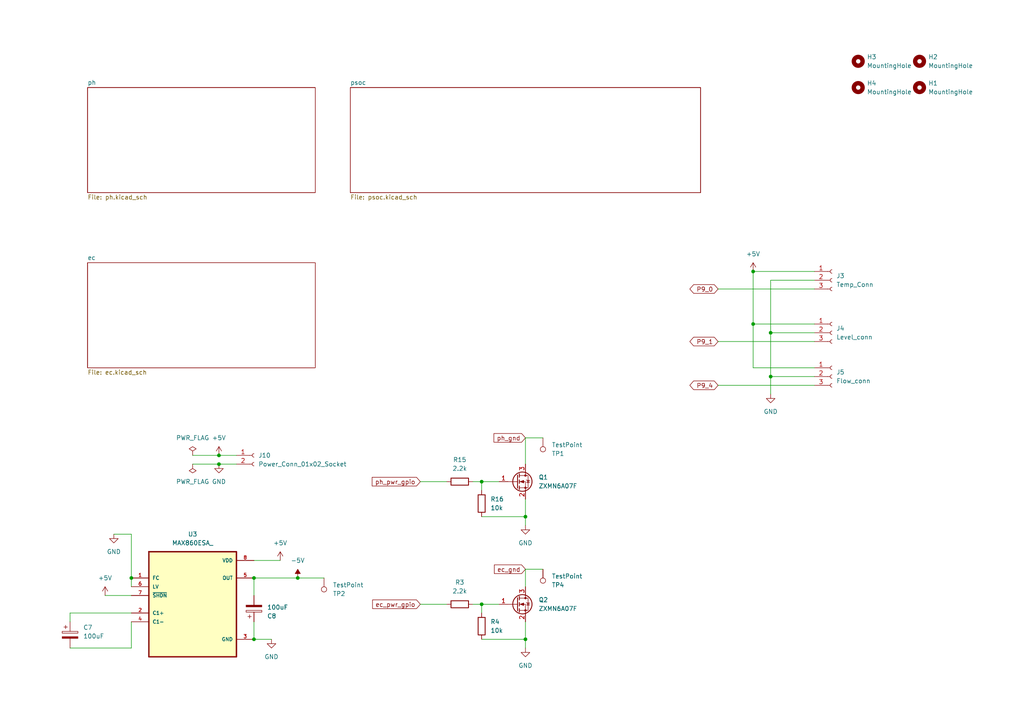
<source format=kicad_sch>
(kicad_sch (version 20230121) (generator eeschema)
  (paper "A4")
  (lib_symbols
    (symbol "Connector:Conn_01x02_Socket" (pin_names (offset 1.016) hide)
      (property "Reference" "J" (at 0 2.54 0))
      (property "Value" "Conn_01x02_Socket" (at 0 -5.08 0))
      (symbol "Conn_01x02_Socket_1_1"
        (arc (start 0 -2.032) (mid -0.5058 -2.54) (end 0 -3.048) (stroke (width 0.1524)))
        (polyline (pts (xy -1.27 -2.54) (xy -0.508 -2.54)) (stroke (width 0.1524)))
        (polyline (pts (xy -1.27 0) (xy -0.508 0)) (stroke (width 0.1524)))
        (arc (start 0 0.508) (mid -0.5058 0) (end 0 -0.508) (stroke (width 0.1524)))
        (pin passive line (at -5.08 0 0) (length 3.81) (name "Pin_1") (number "1"))
        (pin passive line (at -5.08 -2.54 0) (length 3.81) (name "Pin_2") (number "2"))
      )
    )
    (symbol "Connector:Conn_01x03_Socket" (pin_names (offset 1.016) hide)
      (property "Reference" "J" (at 0 5.08 0))
      (property "Value" "Conn_01x03_Socket" (at 0 -5.08 0))
      (symbol "Conn_01x03_Socket_1_1"
        (arc (start 0 -2.032) (mid -0.5058 -2.54) (end 0 -3.048) (stroke (width 0.1524)))
        (polyline (pts (xy -1.27 -2.54) (xy -0.508 -2.54)) (stroke (width 0.1524)))
        (polyline (pts (xy -1.27 0) (xy -0.508 0)) (stroke (width 0.1524)))
        (polyline (pts (xy -1.27 2.54) (xy -0.508 2.54)) (stroke (width 0.1524)))
        (arc (start 0 0.508) (mid -0.5058 0) (end 0 -0.508) (stroke (width 0.1524)))
        (arc (start 0 3.048) (mid -0.5058 2.54) (end 0 2.032) (stroke (width 0.1524)))
        (pin passive line (at -5.08 2.54 0) (length 3.81) (name "Pin_1") (number "1"))
        (pin passive line (at -5.08 0 0) (length 3.81) (name "Pin_2") (number "2"))
        (pin passive line (at -5.08 -2.54 0) (length 3.81) (name "Pin_3") (number "3"))
      )
    )
    (symbol "Connector:TestPoint" (pin_numbers hide) (pin_names (offset 0.762) hide)
      (property "Reference" "TP" (at 0 6.858 0))
      (property "Value" "TestPoint" (at 0 5.08 0))
      (symbol "TestPoint_0_1"
        (circle (center 0 3.302) (radius 0.762))
      )
      (symbol "TestPoint_1_1"
        (pin passive line (at 0 0 90) (length 2.54) (name "1") (number "1"))
      )
    )
    (symbol "Device:C_Polarized" (pin_numbers hide) (pin_names (offset 0.254))
      (property "Reference" "C" (at 0.635 2.54 0))
      (property "Value" "C_Polarized" (at 0.635 -2.54 0))
      (symbol "C_Polarized_0_1"
        (rectangle (start -2.286 0.508) (end 2.286 1.016))
        (polyline (pts (xy -1.778 2.286) (xy -0.762 2.286)))
        (polyline (pts (xy -1.27 2.794) (xy -1.27 1.778)))
        (rectangle (start 2.286 -0.508) (end -2.286 -1.016) (fill (type outline)))
      )
      (symbol "C_Polarized_1_1"
        (pin passive line (at 0 3.81 270) (length 2.794) (name "~") (number "1"))
        (pin passive line (at 0 -3.81 90) (length 2.794) (name "~") (number "2"))
      )
    )
    (symbol "Device:R" (pin_numbers hide) (pin_names (offset 0))
      (property "Reference" "R" (at 2.032 0 90))
      (property "Value" "R" (at 0 0 90))
      (symbol "R_0_1"
        (rectangle (start -1.016 -2.54) (end 1.016 2.54) (stroke (width 0.254)))
      )
      (symbol "R_1_1"
        (pin passive line (at 0 3.81 270) (length 1.27) (name "~") (number "1"))
        (pin passive line (at 0 -3.81 90) (length 1.27) (name "~") (number "2"))
      )
    )
    (symbol "MAX860ESA_:MAX860ESA_" (pin_names (offset 1.016))
      (property "Reference" "U3" (at 0 20.32 0))
      (property "Value" "MAX860ESA_" (at 0 17.78 0))
      (symbol "MAX860ESA__0_0"
        (rectangle (start -12.7 -15.24) (end 12.7 15.24) (stroke (width 0.41)) (fill (type background)))
        (pin input line (at -17.78 7.62 0) (length 5.08) (name "FC") (number "1"))
        (pin passive line (at -17.78 -2.54 0) (length 5.08) (name "C1+") (number "2"))
        (pin power_in line (at 17.78 -10.16 180) (length 5.08) (name "GND") (number "3"))
        (pin passive line (at -17.78 -5.08 0) (length 5.08) (name "C1-") (number "4"))
        (pin power_out line (at 17.78 7.62 180) (length 5.08) (name "OUT") (number "5"))
        (pin input line (at -17.78 5.08 0) (length 5.08) (name "LV") (number "6"))
        (pin input line (at -17.78 2.54 0) (length 5.08) (name "~{SHDN}") (number "7"))
        (pin power_in line (at 17.78 12.7 180) (length 5.08) (name "VDD") (number "8"))
      )
    )
    (symbol "Mechanical:MountingHole" (pin_names (offset 1.016))
      (property "Reference" "H" (at 0 5.08 0))
      (property "Value" "MountingHole" (at 0 3.175 0))
      (symbol "MountingHole_0_1"
        (circle (center 0 0) (radius 1.27) (stroke (width 1.27)))
      )
    )
    (symbol "Transistor_FET:ZXMN6A07F" (pin_names hide)
      (property "Reference" "Q" (at 5.08 1.905 0))
      (property "Value" "ZXMN6A07F" (at 5.08 0 0))
      (symbol "ZXMN6A07F_0_1"
        (polyline (pts (xy 0.254 0) (xy -2.54 0)))
        (polyline (pts (xy 0.254 1.905) (xy 0.254 -1.905)) (stroke (width 0.254)))
        (polyline (pts (xy 0.762 -1.27) (xy 0.762 -2.286)) (stroke (width 0.254)))
        (polyline (pts (xy 0.762 0.508) (xy 0.762 -0.508)) (stroke (width 0.254)))
        (polyline (pts (xy 0.762 2.286) (xy 0.762 1.27)) (stroke (width 0.254)))
        (polyline (pts (xy 2.54 2.54) (xy 2.54 1.778)))
        (polyline (pts (xy 2.54 -2.54) (xy 2.54 0) (xy 0.762 0)))
        (polyline (pts (xy 0.762 -1.778) (xy 3.302 -1.778) (xy 3.302 1.778) (xy 0.762 1.778)))
        (polyline (pts (xy 1.016 0) (xy 2.032 0.381) (xy 2.032 -0.381) (xy 1.016 0)) (fill (type outline)))
        (polyline (pts (xy 2.794 0.508) (xy 2.921 0.381) (xy 3.683 0.381) (xy 3.81 0.254)))
        (polyline (pts (xy 3.302 0.381) (xy 2.921 -0.254) (xy 3.683 -0.254) (xy 3.302 0.381)))
        (circle (center 1.651 0) (radius 2.794) (stroke (width 0.254)))
        (circle (center 2.54 -1.778) (radius 0.254) (fill (type outline)))
        (circle (center 2.54 1.778) (radius 0.254) (fill (type outline)))
      )
      (symbol "ZXMN6A07F_1_1"
        (pin input line (at -5.08 0 0) (length 2.54) (name "G") (number "1"))
        (pin passive line (at 2.54 -5.08 90) (length 2.54) (name "S") (number "2"))
        (pin passive line (at 2.54 5.08 270) (length 2.54) (name "D") (number "3"))
      )
    )
    (symbol "power:+5V" (power) (pin_names (offset 0))
      (property "Value" "+5V" (at 0 3.556 0))
      (symbol "+5V_0_1"
        (polyline (pts (xy -0.762 1.27) (xy 0 2.54)))
        (polyline (pts (xy 0 0) (xy 0 2.54)))
        (polyline (pts (xy 0 2.54) (xy 0.762 1.27)))
      )
      (symbol "+5V_1_1"
        (pin power_in line (at 0 0 90) (length 0) hide (name "+5V") (number "1"))
      )
    )
    (symbol "power:-5V" (power) (pin_names (offset 0))
      (property "Value" "-5V" (at 0 3.81 0))
      (symbol "-5V_0_0"
        (pin power_in line (at 0 0 90) (length 0) hide (name "-5V") (number "1"))
      )
      (symbol "-5V_0_1"
        (polyline (pts (xy 0 0) (xy 0 1.27) (xy 0.762 1.27) (xy 0 2.54) (xy -0.762 1.27) (xy 0 1.27)) (fill (type outline)))
      )
    )
    (symbol "power:GND" (power) (pin_names (offset 0))
      (property "Value" "GND" (at 0 -3.81 0))
      (symbol "GND_0_1"
        (polyline (pts (xy 0 0) (xy 0 -1.27) (xy 1.27 -1.27) (xy 0 -2.54) (xy -1.27 -1.27) (xy 0 -1.27)))
      )
      (symbol "GND_1_1"
        (pin power_in line (at 0 0 270) (length 0) hide (name "GND") (number "1"))
      )
    )
    (symbol "power:PWR_FLAG" (power) (pin_numbers hide) (pin_names (offset 0) hide)
      (property "Value" "PWR_FLAG" (at 0 3.81 0))
      (symbol "PWR_FLAG_0_0"
        (pin power_out line (at 0 0 90) (length 0) (name "pwr") (number "1"))
      )
      (symbol "PWR_FLAG_0_1"
        (polyline (pts (xy 0 0) (xy 0 1.27) (xy -1.016 1.905) (xy 0 2.54) (xy 1.016 1.905) (xy 0 1.27)))
      )
    )
  )
  (junction (at 139.7 139.7))
  (junction (at 73.66 167.64))
  (junction (at 86.36 167.64))
  (junction (at 152.4 149.86))
  (junction (at 73.66 185.42))
  (junction (at 218.44 93.98))
  (junction (at 38.1 167.64))
  (junction (at 223.52 96.52))
  (junction (at 223.52 109.22))
  (junction (at 63.5 134.62))
  (junction (at 139.7 175.26))
  (junction (at 63.5 132.08))
  (junction (at 152.4 185.42))
  (junction (at 218.44 78.74))
  (wire (pts (xy 30.48 172.72) (xy 38.1 172.72)))
  (wire (pts (xy 218.44 78.74) (xy 236.22 78.74)))
  (wire (pts (xy 63.5 134.62) (xy 68.58 134.62)))
  (wire (pts (xy 55.88 132.08) (xy 63.5 132.08)))
  (wire (pts (xy 137.16 139.7) (xy 139.7 139.7)))
  (wire (pts (xy 236.22 99.06) (xy 208.28 99.06)))
  (wire (pts (xy 223.52 96.52) (xy 223.52 109.22)))
  (wire (pts (xy 73.66 185.42) (xy 78.74 185.42)))
  (wire (pts (xy 236.22 81.28) (xy 223.52 81.28)))
  (wire (pts (xy 38.1 154.94) (xy 38.1 167.64)))
  (wire (pts (xy 218.44 93.98) (xy 218.44 78.74)))
  (wire (pts (xy 218.44 106.68) (xy 218.44 93.98)))
  (wire (pts (xy 121.92 175.26) (xy 129.54 175.26)))
  (wire (pts (xy 63.5 132.08) (xy 68.58 132.08)))
  (wire (pts (xy 152.4 127) (xy 152.4 134.62)))
  (wire (pts (xy 73.66 180.34) (xy 73.66 185.42)))
  (wire (pts (xy 144.78 139.7) (xy 139.7 139.7)))
  (wire (pts (xy 139.7 149.86) (xy 152.4 149.86)))
  (wire (pts (xy 152.4 185.42) (xy 152.4 187.96)))
  (wire (pts (xy 139.7 185.42) (xy 152.4 185.42)))
  (wire (pts (xy 236.22 111.76) (xy 208.28 111.76)))
  (wire (pts (xy 38.1 187.96) (xy 38.1 180.34)))
  (wire (pts (xy 55.88 134.62) (xy 63.5 134.62)))
  (wire (pts (xy 152.4 149.86) (xy 152.4 152.4)))
  (wire (pts (xy 152.4 165.1) (xy 157.48 165.1)))
  (wire (pts (xy 223.52 81.28) (xy 223.52 96.52)))
  (wire (pts (xy 152.4 127) (xy 157.48 127)))
  (wire (pts (xy 236.22 96.52) (xy 223.52 96.52)))
  (wire (pts (xy 236.22 93.98) (xy 218.44 93.98)))
  (wire (pts (xy 152.4 180.34) (xy 152.4 185.42)))
  (wire (pts (xy 139.7 139.7) (xy 139.7 142.24)))
  (wire (pts (xy 152.4 144.78) (xy 152.4 149.86)))
  (wire (pts (xy 139.7 175.26) (xy 139.7 177.8)))
  (wire (pts (xy 38.1 167.64) (xy 38.1 170.18)))
  (wire (pts (xy 20.32 187.96) (xy 38.1 187.96)))
  (wire (pts (xy 20.32 177.8) (xy 38.1 177.8)))
  (wire (pts (xy 223.52 109.22) (xy 223.52 114.3)))
  (wire (pts (xy 137.16 175.26) (xy 139.7 175.26)))
  (wire (pts (xy 73.66 162.56) (xy 81.28 162.56)))
  (wire (pts (xy 152.4 165.1) (xy 152.4 170.18)))
  (wire (pts (xy 236.22 106.68) (xy 218.44 106.68)))
  (wire (pts (xy 121.92 139.7) (xy 129.54 139.7)))
  (wire (pts (xy 38.1 154.94) (xy 33.02 154.94)))
  (wire (pts (xy 20.32 177.8) (xy 20.32 180.34)))
  (wire (pts (xy 73.66 167.64) (xy 73.66 172.72)))
  (wire (pts (xy 236.22 83.82) (xy 208.28 83.82)))
  (wire (pts (xy 139.7 175.26) (xy 144.78 175.26)))
  (wire (pts (xy 73.66 167.64) (xy 86.36 167.64)))
  (wire (pts (xy 236.22 109.22) (xy 223.52 109.22)))
  (wire (pts (xy 86.36 167.64) (xy 93.98 167.64)))
  (global_label "ph_gnd" (shape input) (at 152.4 127 180) (property "Intersheetrefs" "${INTERSHEET_REFS}" (effects hide)))
  (global_label "P9_4" (shape bidirectional) (at 208.28 111.76 180) (property "Intersheetrefs" "${INTERSHEET_REFS}" (effects hide)))
  (global_label "P9_1" (shape bidirectional) (at 208.28 99.06 180) (property "Intersheetrefs" "${INTERSHEET_REFS}" (effects hide)))
  (global_label "ec_gnd" (shape input) (at 152.4 165.1 180) (property "Intersheetrefs" "${INTERSHEET_REFS}" (effects hide)))
  (global_label "ec_pwr_gpio" (shape input) (at 121.92 175.26 180) (property "Intersheetrefs" "${INTERSHEET_REFS}" (effects hide)))
  (global_label "ph_pwr_gpio" (shape input) (at 121.92 139.7 180) (property "Intersheetrefs" "${INTERSHEET_REFS}" (effects hide)))
  (global_label "P9_0" (shape bidirectional) (at 208.28 83.82 180) (property "Intersheetrefs" "${INTERSHEET_REFS}" (effects hide)))
  (symbol (lib_id "Connector:Conn_01x02_Socket") (at 73.66 132.08 0) (unit 1)
    (property "Reference" "J10" (at 74.93 132.08 0) (effects (justify left)))
    (property "Value" "Power_Conn_01x02_Socket" (at 74.93 134.62 0) (effects (justify left)))
    (property "Footprint" "Connector_JST:JST_PH_B2B-PH-K_1x02_P2.00mm_Vertical" (effects hide))
  )
  (symbol (lib_id "power:GND") (at 33.02 154.94 0) (unit 1)
    (property "Reference" "#PWR012" (effects hide))
    (property "Value" "GND" (at 33.02 160.02 0))
  )
  (symbol (lib_id "power:-5V") (at 86.36 167.64 0) (unit 1)
    (property "Reference" "#PWR010" (effects hide))
    (property "Value" "-5V" (at 86.36 162.56 0))
  )
  (symbol (lib_id "Device:R") (at 139.7 146.05 0) (unit 1)
    (property "Reference" "R16" (at 142.24 144.78 0) (effects (justify left)))
    (property "Value" "10k" (at 142.24 147.32 0) (effects (justify left)))
    (property "Footprint" "Resistor_SMD:R_0805_2012Metric_Pad1.20x1.40mm_HandSolder" (effects hide))
  )
  (symbol (lib_id "Transistor_FET:ZXMN6A07F") (at 149.86 175.26 0) (unit 1)
    (property "Reference" "Q2" (at 156.21 173.99 0) (effects (justify left)))
    (property "Value" "ZXMN6A07F" (at 156.21 176.53 0) (effects (justify left)))
    (property "Footprint" "Package_TO_SOT_SMD:SOT-23" (effects hide))
    (property "Datasheet" "http://www.diodes.com/assets/Datasheets/ZXMN6A07F.pdf" (effects hide))
  )
  (symbol (lib_id "Mechanical:MountingHole") (at 248.92 17.78 0) (unit 1)
    (property "Reference" "H3" (at 251.46 16.51 0) (effects (justify left)))
    (property "Value" "MountingHole" (at 251.46 19.05 0) (effects (justify left)))
    (property "Footprint" "MountingHole:MountingHole_3.2mm_M3" (effects hide))
  )
  (symbol (lib_id "power:PWR_FLAG") (at 55.88 134.62 0) (mirror x) (unit 1)
    (property "Reference" "#FLG02" (effects hide))
    (property "Value" "PWR_FLAG" (at 55.88 139.7 0))
  )
  (symbol (lib_id "power:+5V") (at 63.5 132.08 0) (unit 1)
    (property "Reference" "#PWR017" (effects hide))
    (property "Value" "+5V" (at 63.5 127 0))
  )
  (symbol (lib_id "power:+5V") (at 218.44 78.74 0) (unit 1)
    (property "Reference" "#PWR015" (effects hide))
    (property "Value" "+5V" (at 218.44 73.66 0))
  )
  (symbol (lib_id "Device:C_Polarized") (at 73.66 176.53 0) (mirror x) (unit 1)
    (property "Reference" "C8" (at 77.47 178.689 0) (effects (justify left)))
    (property "Value" "100uF" (at 77.47 176.149 0) (effects (justify left)))
    (property "Footprint" "Capacitor_Tantalum_SMD:CP_EIA-3216-10_Kemet-I_Pad1.58x1.35mm_HandSolder" (effects hide))
  )
  (symbol (lib_id "power:GND") (at 78.74 185.42 0) (unit 1)
    (property "Reference" "#PWR013" (effects hide))
    (property "Value" "GND" (at 78.74 190.5 0))
  )
  (symbol (lib_id "power:GND") (at 152.4 152.4 0) (unit 1)
    (property "Reference" "#PWR07" (effects hide))
    (property "Value" "GND" (at 152.4 157.48 0))
  )
  (symbol (lib_id "Connector:TestPoint") (at 157.48 127 0) (mirror x) (unit 1)
    (property "Reference" "TP1" (at 160.02 131.572 0) (effects (justify left)))
    (property "Value" "TestPoint" (at 160.02 129.032 0) (effects (justify left)))
    (property "Footprint" "TestPoint:TestPoint_Pad_1.0x1.0mm" (effects hide))
  )
  (symbol (lib_id "Connector:TestPoint") (at 157.48 165.1 0) (mirror x) (unit 1)
    (property "Reference" "TP4" (at 160.02 169.672 0) (effects (justify left)))
    (property "Value" "TestPoint" (at 160.02 167.132 0) (effects (justify left)))
    (property "Footprint" "TestPoint:TestPoint_Pad_1.0x1.0mm" (effects hide))
  )
  (symbol (lib_id "Connector:Conn_01x03_Socket") (at 241.3 109.22 0) (unit 1)
    (property "Reference" "J5" (at 242.57 107.95 0) (effects (justify left)))
    (property "Value" "Flow_conn" (at 242.57 110.49 0) (effects (justify left)))
    (property "Footprint" "Connector_JST:JST_EH_B3B-EH-A_1x03_P2.50mm_Vertical" (effects hide))
  )
  (symbol (lib_id "power:+5V") (at 30.48 172.72 0) (unit 1)
    (property "Reference" "#PWR011" (effects hide))
    (property "Value" "+5V" (at 30.48 167.64 0))
  )
  (symbol (lib_id "Transistor_FET:ZXMN6A07F") (at 149.86 139.7 0) (unit 1)
    (property "Reference" "Q1" (at 156.21 138.43 0) (effects (justify left)))
    (property "Value" "ZXMN6A07F" (at 156.21 140.97 0) (effects (justify left)))
    (property "Footprint" "Package_TO_SOT_SMD:SOT-23" (effects hide))
    (property "Datasheet" "http://www.diodes.com/assets/Datasheets/ZXMN6A07F.pdf" (effects hide))
  )
  (symbol (lib_id "Device:R") (at 133.35 139.7 90) (unit 1)
    (property "Reference" "R15" (at 133.35 133.35 90))
    (property "Value" "2.2k" (at 133.35 135.89 90))
    (property "Footprint" "Resistor_SMD:R_0805_2012Metric_Pad1.20x1.40mm_HandSolder" (effects hide))
  )
  (symbol (lib_id "Mechanical:MountingHole") (at 266.7 17.78 0) (unit 1)
    (property "Reference" "H2" (at 269.24 16.51 0) (effects (justify left)))
    (property "Value" "MountingHole" (at 269.24 19.05 0) (effects (justify left)))
    (property "Footprint" "MountingHole:MountingHole_3.2mm_M3" (effects hide))
  )
  (symbol (lib_id "Connector:TestPoint") (at 93.98 167.64 0) (mirror x) (unit 1)
    (property "Reference" "TP2" (at 96.52 172.212 0) (effects (justify left)))
    (property "Value" "TestPoint" (at 96.52 169.672 0) (effects (justify left)))
    (property "Footprint" "TestPoint:TestPoint_Pad_1.0x1.0mm" (effects hide))
  )
  (symbol (lib_id "Mechanical:MountingHole") (at 248.92 25.4 0) (unit 1)
    (property "Reference" "H4" (at 251.46 24.13 0) (effects (justify left)))
    (property "Value" "MountingHole" (at 251.46 26.67 0) (effects (justify left)))
    (property "Footprint" "MountingHole:MountingHole_3.2mm_M3" (effects hide))
  )
  (symbol (lib_id "power:GND") (at 63.5 134.62 0) (unit 1)
    (property "Reference" "#PWR018" (effects hide))
    (property "Value" "GND" (at 63.5 139.7 0))
  )
  (symbol (lib_id "power:+5V") (at 81.28 162.56 0) (unit 1)
    (property "Reference" "#PWR09" (effects hide))
    (property "Value" "+5V" (at 81.28 157.48 0))
  )
  (symbol (lib_id "Device:R") (at 139.7 181.61 0) (unit 1)
    (property "Reference" "R4" (at 142.24 180.34 0) (effects (justify left)))
    (property "Value" "10k" (at 142.24 182.88 0) (effects (justify left)))
    (property "Footprint" "Resistor_SMD:R_0805_2012Metric_Pad1.20x1.40mm_HandSolder" (effects hide))
  )
  (symbol (lib_id "power:GND") (at 152.4 187.96 0) (unit 1)
    (property "Reference" "#PWR02" (effects hide))
    (property "Value" "GND" (at 152.4 193.04 0))
  )
  (symbol (lib_id "Connector:Conn_01x03_Socket") (at 241.3 81.28 0) (unit 1)
    (property "Reference" "J3" (at 242.57 80.01 0) (effects (justify left)))
    (property "Value" "Temp_Conn" (at 242.57 82.55 0) (effects (justify left)))
    (property "Footprint" "Connector_JST:JST_EH_B3B-EH-A_1x03_P2.50mm_Vertical" (effects hide))
  )
  (symbol (lib_id "MAX860ESA_:MAX860ESA_") (at 55.88 175.26 0) (unit 1)
    (property "Reference" "U3" (at 55.88 154.94 0))
    (property "Value" "MAX860ESA_" (at 55.88 157.48 0))
    (property "Footprint" "Imports:SOIC127P600X175-8N" (effects hide))
    (property "MF" "Analog Devices" (effects hide))
    (property "DESCRIPTION" "Charge Pump INV/STPUP -5.5V to -1.5V/5V to 11V 100mA 8-Pin SOIC N T/R" (effects hide))
    (property "PACKAGE" "SOIC-8 Maxim Integrated" (effects hide))
    (property "PRICE" "None" (effects hide))
    (property "Package" "None" (effects hide))
    (property "Check_prices" "https://www.snapeda.com/parts/MAX860ESA+/Analog+Devices/view-part/?ref=eda" (effects hide))
    (property "Price" "None" (effects hide))
    (property "SnapEDA_Link" "https://www.snapeda.com/parts/MAX860ESA+/Analog+Devices/view-part/?ref=snap" (effects hide))
    (property "MP" "MAX860ESA+" (effects hide))
    (property "Purchase-URL" "https://www.snapeda.com/api/url_track_click_mouser/?unipart_id=12614796&manufacturer=Analog Devices&part_name=MAX860ESA+&search_term=max860esa" (effects hide))
    (property "Availability" "In Stock" (effects hide))
    (property "AVAILABILITY" "Unavailable" (effects hide))
    (property "Description" "\nCharge Pump Switching Regulator IC Positive or Negative Fixed -Vin, 2Vin 1 Output 50mA 8-SOIC (0.154, 3.90mm Width)\n" (effects hide))
  )
  (symbol (lib_id "Device:C_Polarized") (at 20.32 184.15 0) (unit 1)
    (property "Reference" "C7" (at 24.13 181.991 0) (effects (justify left)))
    (property "Value" "100uF" (at 24.13 184.531 0) (effects (justify left)))
    (property "Footprint" "Capacitor_Tantalum_SMD:CP_EIA-3216-10_Kemet-I_Pad1.58x1.35mm_HandSolder" (effects hide))
  )
  (symbol (lib_id "Device:R") (at 133.35 175.26 90) (unit 1)
    (property "Reference" "R3" (at 133.35 168.91 90))
    (property "Value" "2.2k" (at 133.35 171.45 90))
    (property "Footprint" "Resistor_SMD:R_0805_2012Metric_Pad1.20x1.40mm_HandSolder" (effects hide))
  )
  (symbol (lib_id "Connector:Conn_01x03_Socket") (at 241.3 96.52 0) (unit 1)
    (property "Reference" "J4" (at 242.57 95.25 0) (effects (justify left)))
    (property "Value" "Level_conn" (at 242.57 97.79 0) (effects (justify left)))
    (property "Footprint" "Connector_JST:JST_EH_B3B-EH-A_1x03_P2.50mm_Vertical" (effects hide))
  )
  (symbol (lib_id "power:PWR_FLAG") (at 55.88 132.08 0) (unit 1)
    (property "Reference" "#FLG01" (effects hide))
    (property "Value" "PWR_FLAG" (at 55.88 127 0))
  )
  (symbol (lib_id "power:GND") (at 223.52 114.3 0) (unit 1)
    (property "Reference" "#PWR016" (effects hide))
    (property "Value" "GND" (at 223.52 119.38 0))
  )
  (symbol (lib_id "Mechanical:MountingHole") (at 266.7 25.4 0) (unit 1)
    (property "Reference" "H1" (at 269.24 24.13 0) (effects (justify left)))
    (property "Value" "MountingHole" (at 269.24 26.67 0) (effects (justify left)))
    (property "Footprint" "MountingHole:MountingHole_3.2mm_M3" (effects hide))
  )
  (sheet (at 25.4 76.2) (size 66.04 30.48) (stroke (width 0.1524))
    (property "Sheetname" "ec" (at 25.4 75.4884 0) (effects (justify left bottom)))
    (property "Sheetfile" "ec.kicad_sch" (at 25.4 107.2646 0) (effects (justify left top)))
  )
  (sheet (at 101.6 25.4) (size 101.6 30.48) (stroke (width 0.1524))
    (property "Sheetname" "psoc" (at 101.6 24.6884 0) (effects (justify left bottom)))
    (property "Sheetfile" "psoc.kicad_sch" (at 101.6 56.4646 0) (effects (justify left top)))
  )
  (sheet (at 25.4 25.4) (size 66.04 30.48) (stroke (width 0.1524))
    (property "Sheetname" "ph" (at 25.4 24.6884 0) (effects (justify left bottom)))
    (property "Sheetfile" "ph.kicad_sch" (at 25.4 56.4646 0) (effects (justify left top)))
  )
)
</source>
